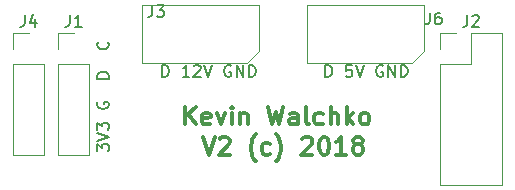
<source format=gbr>
G04 #@! TF.GenerationSoftware,KiCad,Pcbnew,(5.0.1)-4*
G04 #@! TF.CreationDate,2018-11-27T13:12:11-07:00*
G04 #@! TF.ProjectId,robot,726F626F742E6B696361645F70636200,rev?*
G04 #@! TF.SameCoordinates,Original*
G04 #@! TF.FileFunction,Legend,Top*
G04 #@! TF.FilePolarity,Positive*
%FSLAX46Y46*%
G04 Gerber Fmt 4.6, Leading zero omitted, Abs format (unit mm)*
G04 Created by KiCad (PCBNEW (5.0.1)-4) date 11/27/2018 1:12:11 PM*
%MOMM*%
%LPD*%
G01*
G04 APERTURE LIST*
%ADD10C,0.150000*%
%ADD11C,0.300000*%
%ADD12C,0.120000*%
G04 APERTURE END LIST*
D10*
X145296428Y-62047380D02*
X145296428Y-61047380D01*
X145534523Y-61047380D01*
X145677380Y-61095000D01*
X145772619Y-61190238D01*
X145820238Y-61285476D01*
X145867857Y-61475952D01*
X145867857Y-61618809D01*
X145820238Y-61809285D01*
X145772619Y-61904523D01*
X145677380Y-61999761D01*
X145534523Y-62047380D01*
X145296428Y-62047380D01*
X147582142Y-62047380D02*
X147010714Y-62047380D01*
X147296428Y-62047380D02*
X147296428Y-61047380D01*
X147201190Y-61190238D01*
X147105952Y-61285476D01*
X147010714Y-61333095D01*
X147963095Y-61142619D02*
X148010714Y-61095000D01*
X148105952Y-61047380D01*
X148344047Y-61047380D01*
X148439285Y-61095000D01*
X148486904Y-61142619D01*
X148534523Y-61237857D01*
X148534523Y-61333095D01*
X148486904Y-61475952D01*
X147915476Y-62047380D01*
X148534523Y-62047380D01*
X148820238Y-61047380D02*
X149153571Y-62047380D01*
X149486904Y-61047380D01*
X151105952Y-61095000D02*
X151010714Y-61047380D01*
X150867857Y-61047380D01*
X150725000Y-61095000D01*
X150629761Y-61190238D01*
X150582142Y-61285476D01*
X150534523Y-61475952D01*
X150534523Y-61618809D01*
X150582142Y-61809285D01*
X150629761Y-61904523D01*
X150725000Y-61999761D01*
X150867857Y-62047380D01*
X150963095Y-62047380D01*
X151105952Y-61999761D01*
X151153571Y-61952142D01*
X151153571Y-61618809D01*
X150963095Y-61618809D01*
X151582142Y-62047380D02*
X151582142Y-61047380D01*
X152153571Y-62047380D01*
X152153571Y-61047380D01*
X152629761Y-62047380D02*
X152629761Y-61047380D01*
X152867857Y-61047380D01*
X153010714Y-61095000D01*
X153105952Y-61190238D01*
X153153571Y-61285476D01*
X153201190Y-61475952D01*
X153201190Y-61618809D01*
X153153571Y-61809285D01*
X153105952Y-61904523D01*
X153010714Y-61999761D01*
X152867857Y-62047380D01*
X152629761Y-62047380D01*
X139787380Y-68339642D02*
X139787380Y-67720595D01*
X140168333Y-68053928D01*
X140168333Y-67911071D01*
X140215952Y-67815833D01*
X140263571Y-67768214D01*
X140358809Y-67720595D01*
X140596904Y-67720595D01*
X140692142Y-67768214D01*
X140739761Y-67815833D01*
X140787380Y-67911071D01*
X140787380Y-68196785D01*
X140739761Y-68292023D01*
X140692142Y-68339642D01*
X139787380Y-67434880D02*
X140787380Y-67101547D01*
X139787380Y-66768214D01*
X139787380Y-66530119D02*
X139787380Y-65911071D01*
X140168333Y-66244404D01*
X140168333Y-66101547D01*
X140215952Y-66006309D01*
X140263571Y-65958690D01*
X140358809Y-65911071D01*
X140596904Y-65911071D01*
X140692142Y-65958690D01*
X140739761Y-66006309D01*
X140787380Y-66101547D01*
X140787380Y-66387261D01*
X140739761Y-66482500D01*
X140692142Y-66530119D01*
X139835000Y-64196785D02*
X139787380Y-64292023D01*
X139787380Y-64434880D01*
X139835000Y-64577738D01*
X139930238Y-64672976D01*
X140025476Y-64720595D01*
X140215952Y-64768214D01*
X140358809Y-64768214D01*
X140549285Y-64720595D01*
X140644523Y-64672976D01*
X140739761Y-64577738D01*
X140787380Y-64434880D01*
X140787380Y-64339642D01*
X140739761Y-64196785D01*
X140692142Y-64149166D01*
X140358809Y-64149166D01*
X140358809Y-64339642D01*
X140787380Y-62196785D02*
X139787380Y-62196785D01*
X139787380Y-61958690D01*
X139835000Y-61815833D01*
X139930238Y-61720595D01*
X140025476Y-61672976D01*
X140215952Y-61625357D01*
X140358809Y-61625357D01*
X140549285Y-61672976D01*
X140644523Y-61720595D01*
X140739761Y-61815833D01*
X140787380Y-61958690D01*
X140787380Y-62196785D01*
X140692142Y-59101547D02*
X140739761Y-59149166D01*
X140787380Y-59292023D01*
X140787380Y-59387261D01*
X140739761Y-59530119D01*
X140644523Y-59625357D01*
X140549285Y-59672976D01*
X140358809Y-59720595D01*
X140215952Y-59720595D01*
X140025476Y-59672976D01*
X139930238Y-59625357D01*
X139835000Y-59530119D01*
X139787380Y-59387261D01*
X139787380Y-59292023D01*
X139835000Y-59149166D01*
X139882619Y-59101547D01*
X159107619Y-62047380D02*
X159107619Y-61047380D01*
X159345714Y-61047380D01*
X159488571Y-61095000D01*
X159583809Y-61190238D01*
X159631428Y-61285476D01*
X159679047Y-61475952D01*
X159679047Y-61618809D01*
X159631428Y-61809285D01*
X159583809Y-61904523D01*
X159488571Y-61999761D01*
X159345714Y-62047380D01*
X159107619Y-62047380D01*
X161345714Y-61047380D02*
X160869523Y-61047380D01*
X160821904Y-61523571D01*
X160869523Y-61475952D01*
X160964761Y-61428333D01*
X161202857Y-61428333D01*
X161298095Y-61475952D01*
X161345714Y-61523571D01*
X161393333Y-61618809D01*
X161393333Y-61856904D01*
X161345714Y-61952142D01*
X161298095Y-61999761D01*
X161202857Y-62047380D01*
X160964761Y-62047380D01*
X160869523Y-61999761D01*
X160821904Y-61952142D01*
X161679047Y-61047380D02*
X162012380Y-62047380D01*
X162345714Y-61047380D01*
X163964761Y-61095000D02*
X163869523Y-61047380D01*
X163726666Y-61047380D01*
X163583809Y-61095000D01*
X163488571Y-61190238D01*
X163440952Y-61285476D01*
X163393333Y-61475952D01*
X163393333Y-61618809D01*
X163440952Y-61809285D01*
X163488571Y-61904523D01*
X163583809Y-61999761D01*
X163726666Y-62047380D01*
X163821904Y-62047380D01*
X163964761Y-61999761D01*
X164012380Y-61952142D01*
X164012380Y-61618809D01*
X163821904Y-61618809D01*
X164440952Y-62047380D02*
X164440952Y-61047380D01*
X165012380Y-62047380D01*
X165012380Y-61047380D01*
X165488571Y-62047380D02*
X165488571Y-61047380D01*
X165726666Y-61047380D01*
X165869523Y-61095000D01*
X165964761Y-61190238D01*
X166012380Y-61285476D01*
X166060000Y-61475952D01*
X166060000Y-61618809D01*
X166012380Y-61809285D01*
X165964761Y-61904523D01*
X165869523Y-61999761D01*
X165726666Y-62047380D01*
X165488571Y-62047380D01*
D11*
X147253571Y-66078571D02*
X147253571Y-64578571D01*
X148110714Y-66078571D02*
X147467857Y-65221428D01*
X148110714Y-64578571D02*
X147253571Y-65435714D01*
X149325000Y-66007142D02*
X149182142Y-66078571D01*
X148896428Y-66078571D01*
X148753571Y-66007142D01*
X148682142Y-65864285D01*
X148682142Y-65292857D01*
X148753571Y-65150000D01*
X148896428Y-65078571D01*
X149182142Y-65078571D01*
X149325000Y-65150000D01*
X149396428Y-65292857D01*
X149396428Y-65435714D01*
X148682142Y-65578571D01*
X149896428Y-65078571D02*
X150253571Y-66078571D01*
X150610714Y-65078571D01*
X151182142Y-66078571D02*
X151182142Y-65078571D01*
X151182142Y-64578571D02*
X151110714Y-64650000D01*
X151182142Y-64721428D01*
X151253571Y-64650000D01*
X151182142Y-64578571D01*
X151182142Y-64721428D01*
X151896428Y-65078571D02*
X151896428Y-66078571D01*
X151896428Y-65221428D02*
X151967857Y-65150000D01*
X152110714Y-65078571D01*
X152325000Y-65078571D01*
X152467857Y-65150000D01*
X152539285Y-65292857D01*
X152539285Y-66078571D01*
X154253571Y-64578571D02*
X154610714Y-66078571D01*
X154896428Y-65007142D01*
X155182142Y-66078571D01*
X155539285Y-64578571D01*
X156753571Y-66078571D02*
X156753571Y-65292857D01*
X156682142Y-65150000D01*
X156539285Y-65078571D01*
X156253571Y-65078571D01*
X156110714Y-65150000D01*
X156753571Y-66007142D02*
X156610714Y-66078571D01*
X156253571Y-66078571D01*
X156110714Y-66007142D01*
X156039285Y-65864285D01*
X156039285Y-65721428D01*
X156110714Y-65578571D01*
X156253571Y-65507142D01*
X156610714Y-65507142D01*
X156753571Y-65435714D01*
X157682142Y-66078571D02*
X157539285Y-66007142D01*
X157467857Y-65864285D01*
X157467857Y-64578571D01*
X158896428Y-66007142D02*
X158753571Y-66078571D01*
X158467857Y-66078571D01*
X158325000Y-66007142D01*
X158253571Y-65935714D01*
X158182142Y-65792857D01*
X158182142Y-65364285D01*
X158253571Y-65221428D01*
X158325000Y-65150000D01*
X158467857Y-65078571D01*
X158753571Y-65078571D01*
X158896428Y-65150000D01*
X159539285Y-66078571D02*
X159539285Y-64578571D01*
X160182142Y-66078571D02*
X160182142Y-65292857D01*
X160110714Y-65150000D01*
X159967857Y-65078571D01*
X159753571Y-65078571D01*
X159610714Y-65150000D01*
X159539285Y-65221428D01*
X160896428Y-66078571D02*
X160896428Y-64578571D01*
X161039285Y-65507142D02*
X161467857Y-66078571D01*
X161467857Y-65078571D02*
X160896428Y-65650000D01*
X162325000Y-66078571D02*
X162182142Y-66007142D01*
X162110714Y-65935714D01*
X162039285Y-65792857D01*
X162039285Y-65364285D01*
X162110714Y-65221428D01*
X162182142Y-65150000D01*
X162325000Y-65078571D01*
X162539285Y-65078571D01*
X162682142Y-65150000D01*
X162753571Y-65221428D01*
X162825000Y-65364285D01*
X162825000Y-65792857D01*
X162753571Y-65935714D01*
X162682142Y-66007142D01*
X162539285Y-66078571D01*
X162325000Y-66078571D01*
X148717857Y-67128571D02*
X149217857Y-68628571D01*
X149717857Y-67128571D01*
X150146428Y-67271428D02*
X150217857Y-67200000D01*
X150360714Y-67128571D01*
X150717857Y-67128571D01*
X150860714Y-67200000D01*
X150932142Y-67271428D01*
X151003571Y-67414285D01*
X151003571Y-67557142D01*
X150932142Y-67771428D01*
X150075000Y-68628571D01*
X151003571Y-68628571D01*
X153217857Y-69200000D02*
X153146428Y-69128571D01*
X153003571Y-68914285D01*
X152932142Y-68771428D01*
X152860714Y-68557142D01*
X152789285Y-68200000D01*
X152789285Y-67914285D01*
X152860714Y-67557142D01*
X152932142Y-67342857D01*
X153003571Y-67200000D01*
X153146428Y-66985714D01*
X153217857Y-66914285D01*
X154432142Y-68557142D02*
X154289285Y-68628571D01*
X154003571Y-68628571D01*
X153860714Y-68557142D01*
X153789285Y-68485714D01*
X153717857Y-68342857D01*
X153717857Y-67914285D01*
X153789285Y-67771428D01*
X153860714Y-67700000D01*
X154003571Y-67628571D01*
X154289285Y-67628571D01*
X154432142Y-67700000D01*
X154932142Y-69200000D02*
X155003571Y-69128571D01*
X155146428Y-68914285D01*
X155217857Y-68771428D01*
X155289285Y-68557142D01*
X155360714Y-68200000D01*
X155360714Y-67914285D01*
X155289285Y-67557142D01*
X155217857Y-67342857D01*
X155146428Y-67200000D01*
X155003571Y-66985714D01*
X154932142Y-66914285D01*
X157146428Y-67271428D02*
X157217857Y-67200000D01*
X157360714Y-67128571D01*
X157717857Y-67128571D01*
X157860714Y-67200000D01*
X157932142Y-67271428D01*
X158003571Y-67414285D01*
X158003571Y-67557142D01*
X157932142Y-67771428D01*
X157075000Y-68628571D01*
X158003571Y-68628571D01*
X158932142Y-67128571D02*
X159075000Y-67128571D01*
X159217857Y-67200000D01*
X159289285Y-67271428D01*
X159360714Y-67414285D01*
X159432142Y-67700000D01*
X159432142Y-68057142D01*
X159360714Y-68342857D01*
X159289285Y-68485714D01*
X159217857Y-68557142D01*
X159075000Y-68628571D01*
X158932142Y-68628571D01*
X158789285Y-68557142D01*
X158717857Y-68485714D01*
X158646428Y-68342857D01*
X158575000Y-68057142D01*
X158575000Y-67700000D01*
X158646428Y-67414285D01*
X158717857Y-67271428D01*
X158789285Y-67200000D01*
X158932142Y-67128571D01*
X160860714Y-68628571D02*
X160003571Y-68628571D01*
X160432142Y-68628571D02*
X160432142Y-67128571D01*
X160289285Y-67342857D01*
X160146428Y-67485714D01*
X160003571Y-67557142D01*
X161717857Y-67771428D02*
X161575000Y-67700000D01*
X161503571Y-67628571D01*
X161432142Y-67485714D01*
X161432142Y-67414285D01*
X161503571Y-67271428D01*
X161575000Y-67200000D01*
X161717857Y-67128571D01*
X162003571Y-67128571D01*
X162146428Y-67200000D01*
X162217857Y-67271428D01*
X162289285Y-67414285D01*
X162289285Y-67485714D01*
X162217857Y-67628571D01*
X162146428Y-67700000D01*
X162003571Y-67771428D01*
X161717857Y-67771428D01*
X161575000Y-67842857D01*
X161503571Y-67914285D01*
X161432142Y-68057142D01*
X161432142Y-68342857D01*
X161503571Y-68485714D01*
X161575000Y-68557142D01*
X161717857Y-68628571D01*
X162003571Y-68628571D01*
X162146428Y-68557142D01*
X162217857Y-68485714D01*
X162289285Y-68342857D01*
X162289285Y-68057142D01*
X162217857Y-67914285D01*
X162146428Y-67842857D01*
X162003571Y-67771428D01*
D12*
G04 #@! TO.C,J6*
X166470000Y-60855000D02*
X167470000Y-59855000D01*
X157570000Y-55955000D02*
X157570000Y-60855000D01*
X157570000Y-60855000D02*
X166470000Y-60855000D01*
X167470000Y-59855000D02*
X167470000Y-55955000D01*
X167470000Y-55955000D02*
X157570000Y-55955000D01*
G04 #@! TO.C,J2*
X168850000Y-58360000D02*
X170180000Y-58360000D01*
X168850000Y-59690000D02*
X168850000Y-58360000D01*
X171450000Y-58360000D02*
X174050000Y-58360000D01*
X171450000Y-60960000D02*
X171450000Y-58360000D01*
X168850000Y-60960000D02*
X171450000Y-60960000D01*
X174050000Y-58360000D02*
X174050000Y-71180000D01*
X168850000Y-60960000D02*
X168850000Y-71180000D01*
X168850000Y-71180000D02*
X174050000Y-71180000D01*
G04 #@! TO.C,J4*
X132655000Y-68640000D02*
X135315000Y-68640000D01*
X132655000Y-60960000D02*
X132655000Y-68640000D01*
X135315000Y-60960000D02*
X135315000Y-68640000D01*
X132655000Y-60960000D02*
X135315000Y-60960000D01*
X132655000Y-59690000D02*
X132655000Y-58360000D01*
X132655000Y-58360000D02*
X133985000Y-58360000D01*
G04 #@! TO.C,J1*
X136465000Y-58360000D02*
X137795000Y-58360000D01*
X136465000Y-59690000D02*
X136465000Y-58360000D01*
X136465000Y-60960000D02*
X139125000Y-60960000D01*
X139125000Y-60960000D02*
X139125000Y-68640000D01*
X136465000Y-60960000D02*
X136465000Y-68640000D01*
X136465000Y-68640000D02*
X139125000Y-68640000D01*
G04 #@! TO.C,J3*
X153500000Y-55955000D02*
X143600000Y-55955000D01*
X153500000Y-59855000D02*
X153500000Y-55955000D01*
X143600000Y-60855000D02*
X152500000Y-60855000D01*
X143600000Y-55955000D02*
X143600000Y-60855000D01*
X152500000Y-60855000D02*
X153500000Y-59855000D01*
G04 #@! TO.C,J6*
D10*
X167941666Y-56602380D02*
X167941666Y-57316666D01*
X167894047Y-57459523D01*
X167798809Y-57554761D01*
X167655952Y-57602380D01*
X167560714Y-57602380D01*
X168846428Y-56602380D02*
X168655952Y-56602380D01*
X168560714Y-56650000D01*
X168513095Y-56697619D01*
X168417857Y-56840476D01*
X168370238Y-57030952D01*
X168370238Y-57411904D01*
X168417857Y-57507142D01*
X168465476Y-57554761D01*
X168560714Y-57602380D01*
X168751190Y-57602380D01*
X168846428Y-57554761D01*
X168894047Y-57507142D01*
X168941666Y-57411904D01*
X168941666Y-57173809D01*
X168894047Y-57078571D01*
X168846428Y-57030952D01*
X168751190Y-56983333D01*
X168560714Y-56983333D01*
X168465476Y-57030952D01*
X168417857Y-57078571D01*
X168370238Y-57173809D01*
G04 #@! TO.C,J2*
X171116666Y-56812380D02*
X171116666Y-57526666D01*
X171069047Y-57669523D01*
X170973809Y-57764761D01*
X170830952Y-57812380D01*
X170735714Y-57812380D01*
X171545238Y-56907619D02*
X171592857Y-56860000D01*
X171688095Y-56812380D01*
X171926190Y-56812380D01*
X172021428Y-56860000D01*
X172069047Y-56907619D01*
X172116666Y-57002857D01*
X172116666Y-57098095D01*
X172069047Y-57240952D01*
X171497619Y-57812380D01*
X172116666Y-57812380D01*
G04 #@! TO.C,J4*
X133651666Y-56812380D02*
X133651666Y-57526666D01*
X133604047Y-57669523D01*
X133508809Y-57764761D01*
X133365952Y-57812380D01*
X133270714Y-57812380D01*
X134556428Y-57145714D02*
X134556428Y-57812380D01*
X134318333Y-56764761D02*
X134080238Y-57479047D01*
X134699285Y-57479047D01*
G04 #@! TO.C,J1*
X137461666Y-56812380D02*
X137461666Y-57526666D01*
X137414047Y-57669523D01*
X137318809Y-57764761D01*
X137175952Y-57812380D01*
X137080714Y-57812380D01*
X138461666Y-57812380D02*
X137890238Y-57812380D01*
X138175952Y-57812380D02*
X138175952Y-56812380D01*
X138080714Y-56955238D01*
X137985476Y-57050476D01*
X137890238Y-57098095D01*
G04 #@! TO.C,J3*
X144446666Y-55967380D02*
X144446666Y-56681666D01*
X144399047Y-56824523D01*
X144303809Y-56919761D01*
X144160952Y-56967380D01*
X144065714Y-56967380D01*
X144827619Y-55967380D02*
X145446666Y-55967380D01*
X145113333Y-56348333D01*
X145256190Y-56348333D01*
X145351428Y-56395952D01*
X145399047Y-56443571D01*
X145446666Y-56538809D01*
X145446666Y-56776904D01*
X145399047Y-56872142D01*
X145351428Y-56919761D01*
X145256190Y-56967380D01*
X144970476Y-56967380D01*
X144875238Y-56919761D01*
X144827619Y-56872142D01*
G04 #@! TD*
M02*

</source>
